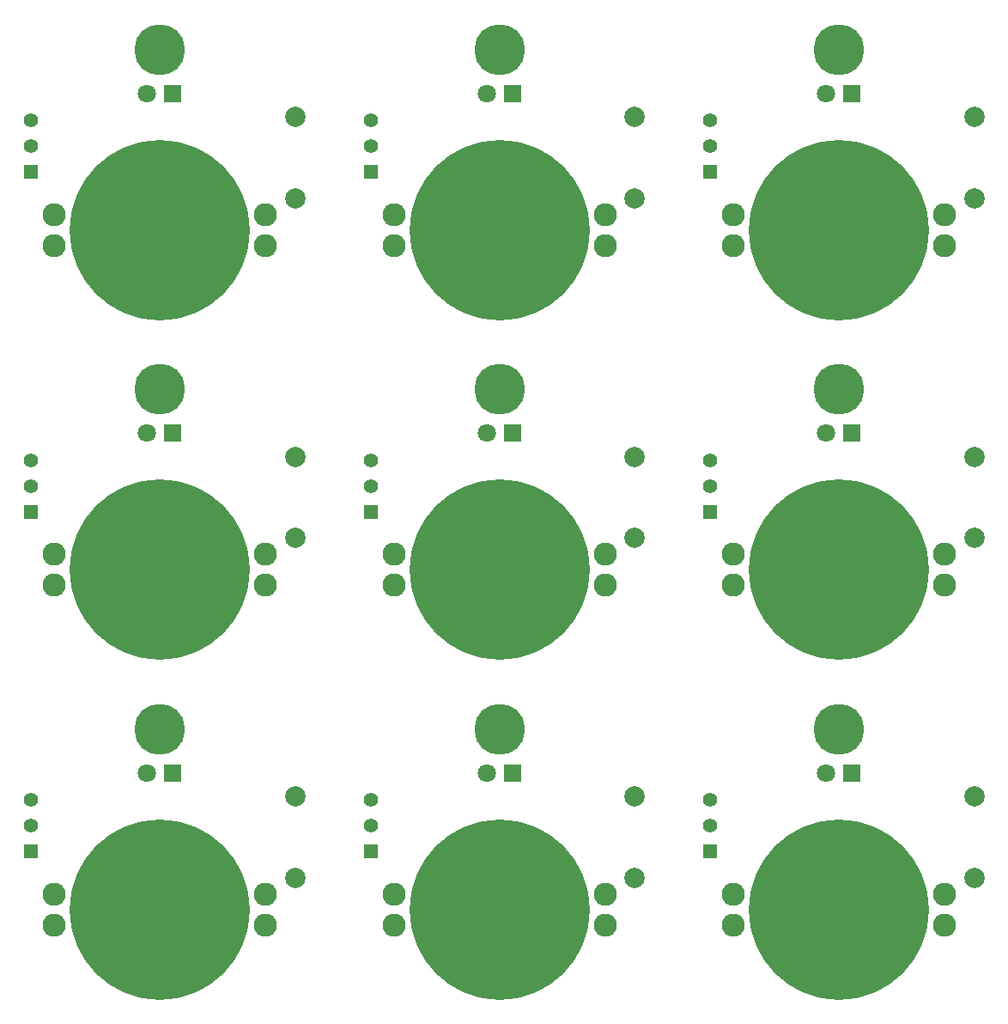
<source format=gbs>
%MOIN*%
%OFA0B0*%
%FSLAX46Y46*%
%IPPOS*%
%LPD*%
%ADD10C,0.0039370078740157488*%
%ADD11C,0.0787*%
%ADD12C,0.19685039370078741*%
%ADD13C,0.090000000000000011*%
%ADD14C,0.70000000000000007*%
%ADD15R,0.070866141732283464X0.070866141732283464*%
%ADD16C,0.070866141732283464*%
%ADD17R,0.055000000000000007X0.055000000000000007*%
%ADD18C,0.055000000000000007*%
%ADD29C,0.0039370078740157488*%
%ADD30C,0.0787*%
%ADD31C,0.19685039370078741*%
%ADD32C,0.090000000000000011*%
%ADD33C,0.70000000000000007*%
%ADD34R,0.070866141732283464X0.070866141732283464*%
%ADD35C,0.070866141732283464*%
%ADD36R,0.055000000000000007X0.055000000000000007*%
%ADD37C,0.055000000000000007*%
%ADD38C,0.0039370078740157488*%
%ADD39C,0.0787*%
%ADD40C,0.19685039370078741*%
%ADD41C,0.090000000000000011*%
%ADD42C,0.70000000000000007*%
%ADD43R,0.070866141732283464X0.070866141732283464*%
%ADD44C,0.070866141732283464*%
%ADD45R,0.055000000000000007X0.055000000000000007*%
%ADD46C,0.055000000000000007*%
%ADD47C,0.0039370078740157488*%
%ADD48C,0.0787*%
%ADD49C,0.19685039370078741*%
%ADD50C,0.090000000000000011*%
%ADD51C,0.70000000000000007*%
%ADD52R,0.070866141732283464X0.070866141732283464*%
%ADD53C,0.070866141732283464*%
%ADD54R,0.055000000000000007X0.055000000000000007*%
%ADD55C,0.055000000000000007*%
%ADD56C,0.0039370078740157488*%
%ADD57C,0.0787*%
%ADD58C,0.19685039370078741*%
%ADD59C,0.090000000000000011*%
%ADD60C,0.70000000000000007*%
%ADD61R,0.070866141732283464X0.070866141732283464*%
%ADD62C,0.070866141732283464*%
%ADD63R,0.055000000000000007X0.055000000000000007*%
%ADD64C,0.055000000000000007*%
%ADD65C,0.0039370078740157488*%
%ADD66C,0.0787*%
%ADD67C,0.19685039370078741*%
%ADD68C,0.090000000000000011*%
%ADD69C,0.70000000000000007*%
%ADD70R,0.070866141732283464X0.070866141732283464*%
%ADD71C,0.070866141732283464*%
%ADD72R,0.055000000000000007X0.055000000000000007*%
%ADD73C,0.055000000000000007*%
%ADD74C,0.0039370078740157488*%
%ADD75C,0.0787*%
%ADD76C,0.19685039370078741*%
%ADD77C,0.090000000000000011*%
%ADD78C,0.70000000000000007*%
%ADD79R,0.070866141732283464X0.070866141732283464*%
%ADD80C,0.070866141732283464*%
%ADD81R,0.055000000000000007X0.055000000000000007*%
%ADD82C,0.055000000000000007*%
%ADD83C,0.0039370078740157488*%
%ADD84C,0.0787*%
%ADD85C,0.19685039370078741*%
%ADD86C,0.090000000000000011*%
%ADD87C,0.70000000000000007*%
%ADD88R,0.070866141732283464X0.070866141732283464*%
%ADD89C,0.070866141732283464*%
%ADD90R,0.055000000000000007X0.055000000000000007*%
%ADD91C,0.055000000000000007*%
%ADD92C,0.0039370078740157488*%
%ADD93C,0.0787*%
%ADD94C,0.19685039370078741*%
%ADD95C,0.090000000000000011*%
%ADD96C,0.70000000000000007*%
%ADD97R,0.070866141732283464X0.070866141732283464*%
%ADD98C,0.070866141732283464*%
%ADD99R,0.055000000000000007X0.055000000000000007*%
%ADD100C,0.055000000000000007*%
G01*
D10*
D11*
X-0006300000Y0004050000D02*
X0001124999Y0000837480D03*
X0001124999Y0000522519D03*
D12*
X0000599999Y0001100000D03*
D13*
X0001009999Y0000340000D03*
X0000189999Y0000340000D03*
X0001009999Y0000460000D03*
X0000189999Y0000460000D03*
D14*
X0000599999Y0000400000D03*
D15*
X0000649999Y0000930000D03*
D16*
X0000549999Y0000930000D03*
D17*
X0000099999Y0000625000D03*
D18*
X0000099999Y0000725000D03*
X0000099999Y0000825000D03*
G04 next file*
G04 #@! TF.FileFunction,Soldermask,Bot*
G04 Gerber Fmt 4.6, Leading zero omitted, Abs format (unit mm)*
G04 Created by KiCad (PCBNEW 4.0.7) date 09/04/18 12:43:30*
G01*
G04 APERTURE LIST*
G04 APERTURE END LIST*
D29*
D30*
X-0006300000Y0005368110D02*
X0001124999Y0002155590D03*
X0001124999Y0001840630D03*
D31*
X0000599999Y0002418110D03*
D32*
X0001009999Y0001658110D03*
X0000189999Y0001658110D03*
X0001009999Y0001778110D03*
X0000189999Y0001778110D03*
D33*
X0000599999Y0001718110D03*
D34*
X0000649999Y0002248110D03*
D35*
X0000549999Y0002248110D03*
D36*
X0000099999Y0001943110D03*
D37*
X0000099999Y0002043110D03*
X0000099999Y0002143110D03*
G04 next file*
G04 #@! TF.FileFunction,Soldermask,Bot*
G04 Gerber Fmt 4.6, Leading zero omitted, Abs format (unit mm)*
G04 Created by KiCad (PCBNEW 4.0.7) date 09/04/18 12:43:30*
G01*
G04 APERTURE LIST*
G04 APERTURE END LIST*
D38*
D39*
X-0006300000Y0006686220D02*
X0001124999Y0003473700D03*
X0001124999Y0003158740D03*
D40*
X0000599999Y0003736220D03*
D41*
X0001009999Y0002976220D03*
X0000189999Y0002976220D03*
X0001009999Y0003096220D03*
X0000189999Y0003096220D03*
D42*
X0000599999Y0003036220D03*
D43*
X0000649999Y0003566220D03*
D44*
X0000549999Y0003566220D03*
D45*
X0000099999Y0003261220D03*
D46*
X0000099999Y0003361220D03*
X0000099999Y0003461220D03*
G04 next file*
G04 #@! TF.FileFunction,Soldermask,Bot*
G04 Gerber Fmt 4.6, Leading zero omitted, Abs format (unit mm)*
G04 Created by KiCad (PCBNEW 4.0.7) date 09/04/18 12:43:30*
G01*
G04 APERTURE LIST*
G04 APERTURE END LIST*
D47*
D48*
X-0004981889Y0004050000D02*
X0002443110Y0000837480D03*
X0002443110Y0000522519D03*
D49*
X0001918110Y0001100000D03*
D50*
X0002328110Y0000340000D03*
X0001508110Y0000340000D03*
X0002328110Y0000460000D03*
X0001508110Y0000460000D03*
D51*
X0001918110Y0000400000D03*
D52*
X0001968110Y0000930000D03*
D53*
X0001868110Y0000930000D03*
D54*
X0001418110Y0000625000D03*
D55*
X0001418110Y0000725000D03*
X0001418110Y0000825000D03*
G04 next file*
G04 #@! TF.FileFunction,Soldermask,Bot*
G04 Gerber Fmt 4.6, Leading zero omitted, Abs format (unit mm)*
G04 Created by KiCad (PCBNEW 4.0.7) date 09/04/18 12:43:30*
G01*
G04 APERTURE LIST*
G04 APERTURE END LIST*
D56*
D57*
X-0003663779Y0004050000D02*
X0003761220Y0000837480D03*
X0003761220Y0000522519D03*
D58*
X0003236220Y0001100000D03*
D59*
X0003646220Y0000340000D03*
X0002826220Y0000340000D03*
X0003646220Y0000460000D03*
X0002826220Y0000460000D03*
D60*
X0003236220Y0000400000D03*
D61*
X0003286220Y0000930000D03*
D62*
X0003186220Y0000930000D03*
D63*
X0002736220Y0000625000D03*
D64*
X0002736220Y0000725000D03*
X0002736220Y0000825000D03*
G04 next file*
G04 #@! TF.FileFunction,Soldermask,Bot*
G04 Gerber Fmt 4.6, Leading zero omitted, Abs format (unit mm)*
G04 Created by KiCad (PCBNEW 4.0.7) date 09/04/18 12:43:30*
G01*
G04 APERTURE LIST*
G04 APERTURE END LIST*
D65*
D66*
X-0004981889Y0005368110D02*
X0002443110Y0002155590D03*
X0002443110Y0001840630D03*
D67*
X0001918110Y0002418110D03*
D68*
X0002328110Y0001658110D03*
X0001508110Y0001658110D03*
X0002328110Y0001778110D03*
X0001508110Y0001778110D03*
D69*
X0001918110Y0001718110D03*
D70*
X0001968110Y0002248110D03*
D71*
X0001868110Y0002248110D03*
D72*
X0001418110Y0001943110D03*
D73*
X0001418110Y0002043110D03*
X0001418110Y0002143110D03*
G04 next file*
G04 #@! TF.FileFunction,Soldermask,Bot*
G04 Gerber Fmt 4.6, Leading zero omitted, Abs format (unit mm)*
G04 Created by KiCad (PCBNEW 4.0.7) date 09/04/18 12:43:30*
G01*
G04 APERTURE LIST*
G04 APERTURE END LIST*
D74*
D75*
X-0004981889Y0006686220D02*
X0002443110Y0003473700D03*
X0002443110Y0003158740D03*
D76*
X0001918110Y0003736220D03*
D77*
X0002328110Y0002976220D03*
X0001508110Y0002976220D03*
X0002328110Y0003096220D03*
X0001508110Y0003096220D03*
D78*
X0001918110Y0003036220D03*
D79*
X0001968110Y0003566220D03*
D80*
X0001868110Y0003566220D03*
D81*
X0001418110Y0003261220D03*
D82*
X0001418110Y0003361220D03*
X0001418110Y0003461220D03*
G04 next file*
G04 #@! TF.FileFunction,Soldermask,Bot*
G04 Gerber Fmt 4.6, Leading zero omitted, Abs format (unit mm)*
G04 Created by KiCad (PCBNEW 4.0.7) date 09/04/18 12:43:30*
G01*
G04 APERTURE LIST*
G04 APERTURE END LIST*
D83*
D84*
X-0003663779Y0005368110D02*
X0003761220Y0002155590D03*
X0003761220Y0001840630D03*
D85*
X0003236220Y0002418110D03*
D86*
X0003646220Y0001658110D03*
X0002826220Y0001658110D03*
X0003646220Y0001778110D03*
X0002826220Y0001778110D03*
D87*
X0003236220Y0001718110D03*
D88*
X0003286220Y0002248110D03*
D89*
X0003186220Y0002248110D03*
D90*
X0002736220Y0001943110D03*
D91*
X0002736220Y0002043110D03*
X0002736220Y0002143110D03*
G04 next file*
G04 #@! TF.FileFunction,Soldermask,Bot*
G04 Gerber Fmt 4.6, Leading zero omitted, Abs format (unit mm)*
G04 Created by KiCad (PCBNEW 4.0.7) date 09/04/18 12:43:30*
G01*
G04 APERTURE LIST*
G04 APERTURE END LIST*
D92*
D93*
X-0003663779Y0006686220D02*
X0003761220Y0003473700D03*
X0003761220Y0003158740D03*
D94*
X0003236220Y0003736220D03*
D95*
X0003646220Y0002976220D03*
X0002826220Y0002976220D03*
X0003646220Y0003096220D03*
X0002826220Y0003096220D03*
D96*
X0003236220Y0003036220D03*
D97*
X0003286220Y0003566220D03*
D98*
X0003186220Y0003566220D03*
D99*
X0002736220Y0003261220D03*
D100*
X0002736220Y0003361220D03*
X0002736220Y0003461220D03*
M02*
</source>
